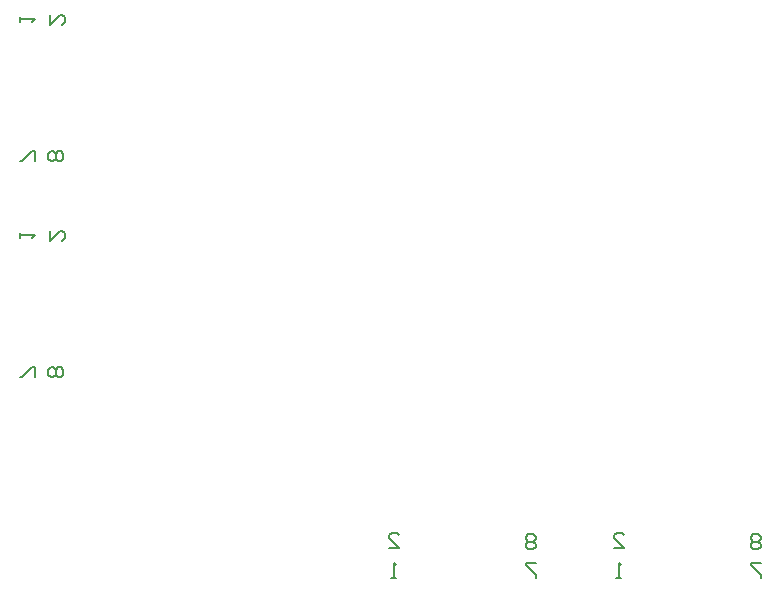
<source format=gbo>
G04 Layer_Color=32896*
%FSLAX25Y25*%
%MOIN*%
G70*
G01*
G75*
%ADD37C,0.00800*%
D37*
X184500Y26350D02*
X183667Y27183D01*
X182001D01*
X181168Y26350D01*
Y25517D01*
X182001Y24684D01*
X181168Y23851D01*
Y23018D01*
X182001Y22185D01*
X183667D01*
X184500Y23018D01*
Y23851D01*
X183667Y24684D01*
X184500Y25517D01*
Y26350D01*
X183667Y24684D02*
X182001D01*
X184500Y17683D02*
X181168D01*
Y16850D01*
X184500Y13518D01*
Y12685D01*
X135668Y22685D02*
X139000D01*
X135668Y26017D01*
Y26850D01*
X136501Y27683D01*
X138167D01*
X139000Y26850D01*
X138000Y12685D02*
X136334D01*
X137167D01*
Y17683D01*
X138000Y16850D01*
X26165Y151500D02*
X26998Y152333D01*
Y153999D01*
X26165Y154832D01*
X25332D01*
X24499Y153999D01*
X23666Y154832D01*
X22833D01*
X22000Y153999D01*
Y152333D01*
X22833Y151500D01*
X23666D01*
X24499Y152333D01*
X25332Y151500D01*
X26165D01*
X24499Y152333D02*
Y153999D01*
X17498Y151500D02*
Y154832D01*
X16665D01*
X13333Y151500D01*
X12500D01*
X22500Y200332D02*
Y197000D01*
X25832Y200332D01*
X26665D01*
X27498Y199499D01*
Y197833D01*
X26665Y197000D01*
X12500Y198000D02*
Y199666D01*
Y198833D01*
X17498D01*
X16665Y198000D01*
X26165Y79500D02*
X26998Y80333D01*
Y81999D01*
X26165Y82832D01*
X25332D01*
X24499Y81999D01*
X23666Y82832D01*
X22833D01*
X22000Y81999D01*
Y80333D01*
X22833Y79500D01*
X23666D01*
X24499Y80333D01*
X25332Y79500D01*
X26165D01*
X24499Y80333D02*
Y81999D01*
X17498Y79500D02*
Y82832D01*
X16665D01*
X13333Y79500D01*
X12500D01*
X22500Y128332D02*
Y125000D01*
X25832Y128332D01*
X26665D01*
X27498Y127499D01*
Y125833D01*
X26665Y125000D01*
X12500Y126000D02*
Y127666D01*
Y126833D01*
X17498D01*
X16665Y126000D01*
X259500Y26350D02*
X258667Y27183D01*
X257001D01*
X256168Y26350D01*
Y25517D01*
X257001Y24684D01*
X256168Y23851D01*
Y23018D01*
X257001Y22185D01*
X258667D01*
X259500Y23018D01*
Y23851D01*
X258667Y24684D01*
X259500Y25517D01*
Y26350D01*
X258667Y24684D02*
X257001D01*
X259500Y17683D02*
X256168D01*
Y16850D01*
X259500Y13518D01*
Y12685D01*
X210668Y22685D02*
X214000D01*
X210668Y26017D01*
Y26850D01*
X211501Y27683D01*
X213167D01*
X214000Y26850D01*
X213000Y12685D02*
X211334D01*
X212167D01*
Y17683D01*
X213000Y16850D01*
M02*

</source>
